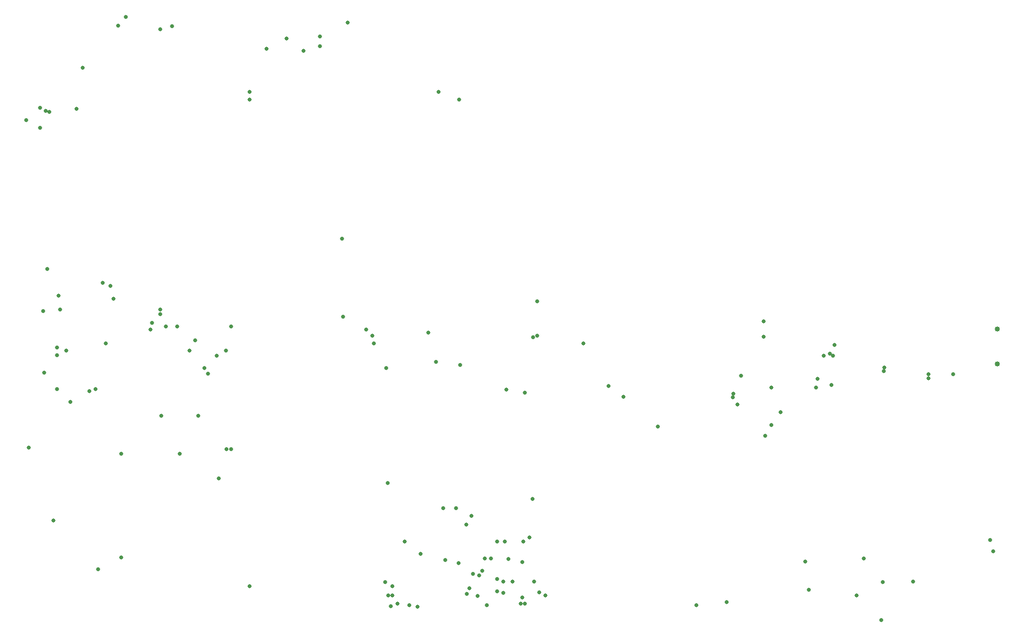
<source format=gbr>
G04 EAGLE Gerber RS-274X export*
G75*
%MOMM*%
%FSLAX34Y34*%
%LPD*%
%INSoldermask Bottom*%
%IPPOS*%
%AMOC8*
5,1,8,0,0,1.08239X$1,22.5*%
G01*
G04 Define Apertures*
%ADD10C,0.853200*%
%ADD11C,0.655600*%
D10*
X1545910Y559100D03*
X1545910Y616900D03*
D11*
X429260Y1099820D03*
X429260Y1083310D03*
X-25400Y544830D03*
X11430Y581660D03*
X-22860Y976630D03*
X27940Y980440D03*
X185420Y1116330D03*
X734060Y266700D03*
X721360Y266700D03*
X671830Y180340D03*
X675640Y189230D03*
X223520Y598170D03*
X1272540Y524510D03*
X1275080Y572770D03*
X1432560Y542290D03*
X1173480Y520700D03*
X518160Y593090D03*
X670560Y294640D03*
X1173480Y458470D03*
X1432560Y535940D03*
X1188720Y480060D03*
X986790Y455930D03*
X736600Y516890D03*
X1473200Y542290D03*
X621030Y562610D03*
X679450Y308610D03*
X905510Y523240D03*
X1160780Y604520D03*
X1160780Y629920D03*
X474980Y1122680D03*
X402590Y1075690D03*
X17780Y496570D03*
X-3810Y518160D03*
X341630Y1079500D03*
X1270000Y576580D03*
X1247140Y520700D03*
X1123950Y539750D03*
X1163320Y440690D03*
X1111250Y510540D03*
X731520Y181610D03*
X1407160Y200660D03*
X-16510Y975360D03*
X-31750Y948690D03*
X198120Y411480D03*
X59690Y518160D03*
X-10160Y300990D03*
X-3810Y586740D03*
X590550Y158750D03*
X689610Y176530D03*
X275590Y419100D03*
X49530Y514350D03*
X-54610Y961390D03*
X-3810Y574040D03*
X63500Y220980D03*
X1235710Y186690D03*
X1109980Y504190D03*
X1325880Y238760D03*
X245110Y543560D03*
X76200Y593090D03*
X-31750Y981710D03*
X-20320Y716280D03*
X-50800Y421640D03*
X929640Y505460D03*
X660400Y557530D03*
X38100Y1047750D03*
X466090Y765810D03*
X721360Y184150D03*
X779780Y336550D03*
X1249680Y534670D03*
X1117600Y492760D03*
X632460Y321310D03*
X654050Y321310D03*
X791210Y182880D03*
X537210Y199390D03*
X704850Y161290D03*
X576580Y161290D03*
X548640Y193040D03*
X542290Y177800D03*
X101600Y411480D03*
X101600Y240030D03*
X731520Y200660D03*
X657860Y231140D03*
X1357630Y199390D03*
X746760Y200660D03*
X568960Y266700D03*
X1355090Y137160D03*
X1314450Y177800D03*
X228600Y473710D03*
X167640Y473710D03*
X283210Y419100D03*
X313690Y1008380D03*
X624840Y1008380D03*
X313690Y995680D03*
X659130Y995680D03*
X166370Y648970D03*
X194310Y621030D03*
X1259840Y572770D03*
X1277620Y590550D03*
X467360Y637540D03*
X608330Y610870D03*
X863600Y593090D03*
X1229360Y233680D03*
X1360170Y553720D03*
X1539240Y250190D03*
X262890Y370840D03*
X274320Y581660D03*
X88900Y666750D03*
X538480Y552450D03*
X767080Y511810D03*
X238760Y552450D03*
X259080Y572770D03*
X83820Y688340D03*
X175260Y621030D03*
X214630Y581660D03*
X1358900Y547370D03*
X1534160Y269240D03*
X781050Y603250D03*
X515620Y605790D03*
X767080Y163830D03*
X1099820Y166370D03*
X71120Y693420D03*
X283210Y621030D03*
X541020Y363220D03*
X774700Y273050D03*
X801370Y177800D03*
X760730Y163830D03*
X1050290Y161290D03*
X313690Y193040D03*
X546100Y160020D03*
X557530Y163830D03*
X763270Y173990D03*
X548640Y177800D03*
X-1270Y671830D03*
X-26670Y646430D03*
X149860Y615950D03*
X505460Y615950D03*
X152400Y627380D03*
X166370Y641350D03*
X96520Y1117600D03*
X109220Y1131570D03*
X166370Y1111250D03*
X374650Y1096010D03*
X1270Y648970D03*
X681990Y213360D03*
X740410Y237490D03*
X692150Y210820D03*
X764540Y266700D03*
X711200Y238760D03*
X701040Y238760D03*
X721360Y204470D03*
X697230Y218440D03*
X763270Y232410D03*
X595630Y246380D03*
X782320Y200660D03*
X636270Y236220D03*
X787400Y662940D03*
X787400Y605790D03*
M02*

</source>
